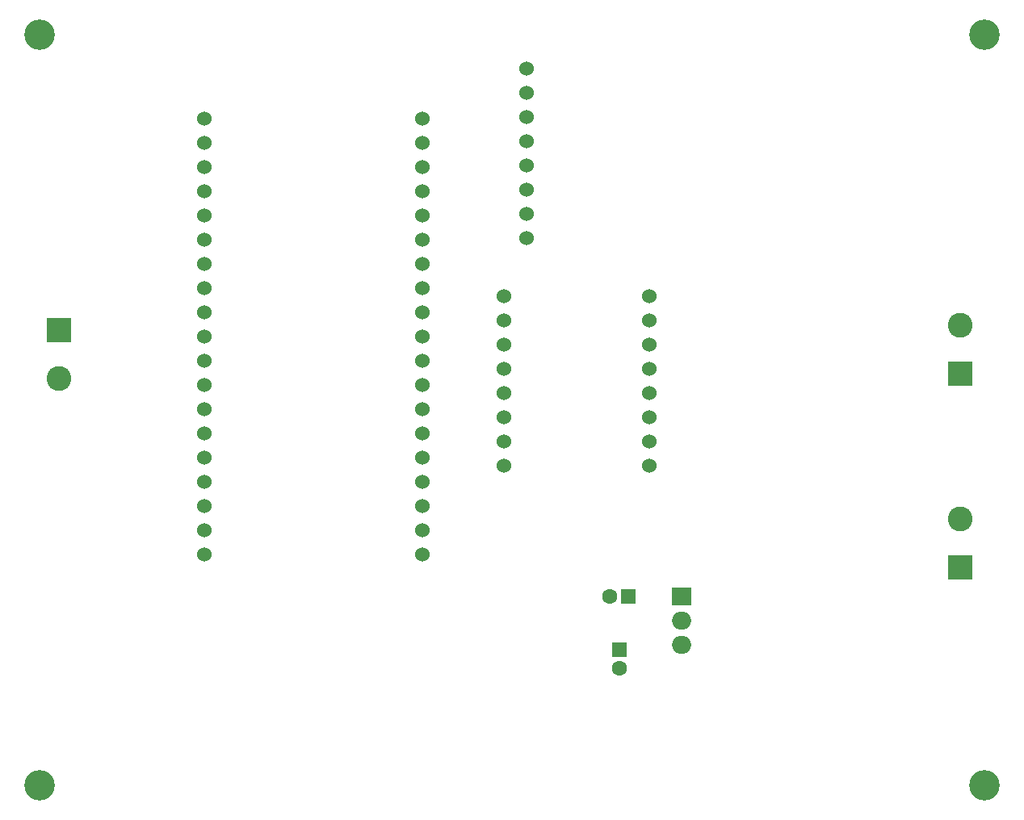
<source format=gbr>
%TF.GenerationSoftware,KiCad,Pcbnew,7.0.7*%
%TF.CreationDate,2024-04-18T13:26:18+02:00*%
%TF.ProjectId,Pendulo_invertido,50656e64-756c-46f5-9f69-6e7665727469,rev?*%
%TF.SameCoordinates,Original*%
%TF.FileFunction,Soldermask,Top*%
%TF.FilePolarity,Negative*%
%FSLAX46Y46*%
G04 Gerber Fmt 4.6, Leading zero omitted, Abs format (unit mm)*
G04 Created by KiCad (PCBNEW 7.0.7) date 2024-04-18 13:26:18*
%MOMM*%
%LPD*%
G01*
G04 APERTURE LIST*
%ADD10C,3.200000*%
%ADD11R,2.600000X2.600000*%
%ADD12C,2.600000*%
%ADD13C,1.524000*%
%ADD14R,1.600000X1.600000*%
%ADD15C,1.600000*%
%ADD16R,2.000000X1.905000*%
%ADD17O,2.000000X1.905000*%
G04 APERTURE END LIST*
D10*
%TO.C,REF\u002A\u002A*%
X109220000Y-144780000D03*
%TD*%
%TO.C,REF\u002A\u002A*%
X208280000Y-66040000D03*
%TD*%
D11*
%TO.C,J5*%
X205740000Y-101600000D03*
D12*
X205740000Y-96520000D03*
%TD*%
D13*
%TO.C,U1*%
X126484000Y-74880000D03*
X126484000Y-77420000D03*
X126484000Y-79960000D03*
X126484000Y-82500000D03*
X126484000Y-85040000D03*
X126484000Y-87580000D03*
X126484000Y-90120000D03*
X126484000Y-92660000D03*
X126484000Y-95200000D03*
X126484000Y-97740000D03*
X126484000Y-100280000D03*
X126484000Y-102820000D03*
X126484000Y-105360000D03*
X126484000Y-107900000D03*
X126484000Y-110440000D03*
X126484000Y-112980000D03*
X126484000Y-115520000D03*
X126484000Y-118060000D03*
X126484000Y-120600000D03*
X149344000Y-120600000D03*
X149344000Y-118060000D03*
X149344000Y-115520000D03*
X149344000Y-112980000D03*
X149344000Y-110440000D03*
X149344000Y-107900000D03*
X149344000Y-105360000D03*
X149344000Y-102820000D03*
X149344000Y-100280000D03*
X149344000Y-97740000D03*
X149344000Y-95200000D03*
X149344000Y-92660000D03*
X149344000Y-90120000D03*
X149344000Y-87580000D03*
X149344000Y-85040000D03*
X149344000Y-82500000D03*
X149344000Y-79960000D03*
X149344000Y-77420000D03*
X149344000Y-74880000D03*
%TD*%
D11*
%TO.C,J1*%
X205740000Y-121920000D03*
D12*
X205740000Y-116840000D03*
%TD*%
D13*
%TO.C,U2*%
X173120000Y-111263000D03*
X173120000Y-108723000D03*
X173120000Y-106183000D03*
X173120000Y-103643000D03*
X173120000Y-101103000D03*
X173120000Y-98563000D03*
X173120000Y-96023000D03*
X173120000Y-93483000D03*
X157880000Y-111263000D03*
X157880000Y-108723000D03*
X157880000Y-106183000D03*
X157880000Y-103643000D03*
X157880000Y-101103000D03*
X157880000Y-98563000D03*
X157880000Y-96023000D03*
X157880000Y-93483000D03*
%TD*%
D14*
%TO.C,C2*%
X170000000Y-130544888D03*
D15*
X170000000Y-132544888D03*
%TD*%
D16*
%TO.C,U3*%
X176500000Y-125000000D03*
D17*
X176500000Y-127540000D03*
X176500000Y-130080000D03*
%TD*%
D10*
%TO.C,REF\u002A\u002A*%
X208280000Y-144780000D03*
%TD*%
%TO.C,REF\u002A\u002A*%
X109220000Y-66040000D03*
%TD*%
D13*
%TO.C,IC1*%
X160285000Y-69610000D03*
X160285000Y-72150000D03*
X160285000Y-74690000D03*
X160285000Y-77230000D03*
X160285000Y-79770000D03*
X160285000Y-82310000D03*
X160285000Y-84850000D03*
X160285000Y-87390000D03*
%TD*%
D11*
%TO.C,J3*%
X111252000Y-97028000D03*
D12*
X111252000Y-102108000D03*
%TD*%
D14*
%TO.C,C1*%
X170955113Y-125000000D03*
D15*
X168955113Y-125000000D03*
%TD*%
M02*

</source>
